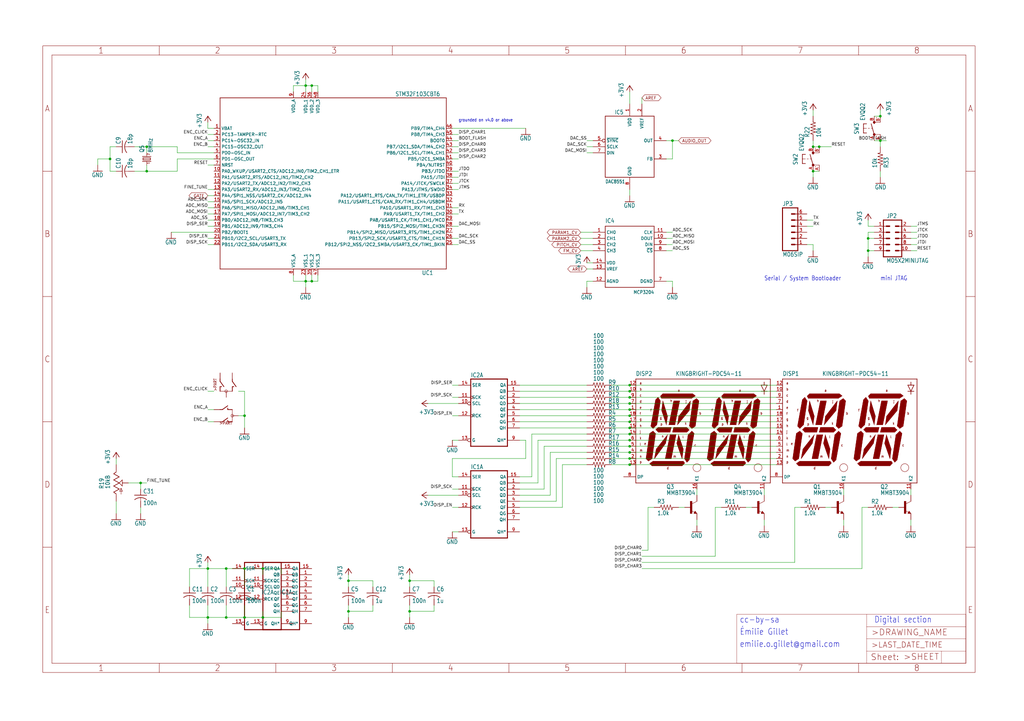
<source format=kicad_sch>
(kicad_sch (version 20211123) (generator eeschema)
  (paper "User" 425.45 299.593)
  (junction (at 60.96 71.12))
  (junction (at 170.18 254))
  (junction (at 340.36 60.96))
  (junction (at 261.62 175.26))
  (junction (at 261.62 160.02))
  (junction (at 279.4 58.42))
  (junction (at 261.62 177.8))
  (junction (at 360.68 99.06))
  (junction (at 261.62 185.42))
  (junction (at 261.62 162.56))
  (junction (at 337.82 60.96))
  (junction (at 58.42 200.66))
  (junction (at 337.82 71.12))
  (junction (at 109.22 236.22))
  (junction (at 86.36 236.22))
  (junction (at 261.62 165.1))
  (junction (at 360.68 104.14))
  (junction (at 144.78 254))
  (junction (at 365.76 48.26))
  (junction (at 170.18 241.3))
  (junction (at 60.96 60.96))
  (junction (at 261.62 187.96))
  (junction (at 93.98 236.22))
  (junction (at 109.22 256.54))
  (junction (at 101.6 172.72))
  (junction (at 127 35.56))
  (junction (at 261.62 172.72))
  (junction (at 45.72 66.04))
  (junction (at 261.62 180.34))
  (junction (at 261.62 193.04))
  (junction (at 261.62 167.64))
  (junction (at 129.54 35.56))
  (junction (at 261.62 182.88))
  (junction (at 101.6 236.22))
  (junction (at 261.62 170.18))
  (junction (at 144.78 241.3))
  (junction (at 129.54 116.84))
  (junction (at 86.36 256.54))
  (junction (at 127 116.84))
  (junction (at 261.62 190.5))
  (junction (at 365.76 58.42))
  (junction (at 101.6 256.54))
  (junction (at 93.98 256.54))
  (wire (pts (xy 93.98 256.54) (xy 101.6 256.54)))
  (wire (pts (xy 88.9 53.34) (xy 86.36 53.34)))
  (wire (pts (xy 276.86 99.06) (xy 279.4 99.06)))
  (wire (pts (xy 231.14 208.28) (xy 231.14 190.5)))
  (wire (pts (xy 322.58 185.42) (xy 261.62 185.42)))
  (wire (pts (xy 378.46 99.06) (xy 381 99.06)))
  (wire (pts (xy 48.26 60.96) (xy 45.72 60.96)))
  (wire (pts (xy 58.42 200.66) (xy 60.96 200.66)))
  (wire (pts (xy 276.86 116.84) (xy 279.4 116.84)))
  (wire (pts (xy 73.66 63.5) (xy 73.66 60.96)))
  (wire (pts (xy 297.18 210.82) (xy 299.72 210.82)))
  (wire (pts (xy 187.96 190.5) (xy 218.44 190.5)))
  (wire (pts (xy 330.2 233.68) (xy 330.2 210.82)))
  (wire (pts (xy 279.4 58.42) (xy 281.94 58.42)))
  (wire (pts (xy 78.74 236.22) (xy 86.36 236.22)))
  (wire (pts (xy 246.38 116.84) (xy 243.84 116.84)))
  (wire (pts (xy 246.38 99.06) (xy 241.3 99.06)))
  (wire (pts (xy 246.38 104.14) (xy 241.3 104.14)))
  (wire (pts (xy 86.36 243.84) (xy 86.36 236.22)))
  (wire (pts (xy 187.96 198.12) (xy 187.96 190.5)))
  (wire (pts (xy 144.78 241.3) (xy 144.78 243.84)))
  (wire (pts (xy 215.9 203.2) (xy 226.06 203.2)))
  (wire (pts (xy 254 170.18) (xy 261.62 170.18)))
  (wire (pts (xy 246.38 96.52) (xy 241.3 96.52)))
  (wire (pts (xy 101.6 236.22) (xy 109.22 236.22)))
  (wire (pts (xy 121.92 35.56) (xy 127 35.56)))
  (wire (pts (xy 170.18 243.84) (xy 170.18 241.3)))
  (wire (pts (xy 279.4 58.42) (xy 276.86 58.42)))
  (wire (pts (xy 88.9 88.9) (xy 86.36 88.9)))
  (wire (pts (xy 58.42 210.82) (xy 58.42 213.36)))
  (wire (pts (xy 88.9 81.28) (xy 86.36 81.28)))
  (wire (pts (xy 187.96 86.36) (xy 190.5 86.36)))
  (wire (pts (xy 215.9 172.72) (xy 243.84 172.72)))
  (wire (pts (xy 215.9 208.28) (xy 231.14 208.28)))
  (wire (pts (xy 228.6 205.74) (xy 228.6 187.96)))
  (wire (pts (xy 378.46 205.74) (xy 378.46 203.2)))
  (wire (pts (xy 88.9 83.82) (xy 86.36 83.82)))
  (wire (pts (xy 187.96 88.9) (xy 190.5 88.9)))
  (wire (pts (xy 144.78 254) (xy 144.78 256.54)))
  (wire (pts (xy 129.54 114.3) (xy 129.54 116.84)))
  (wire (pts (xy 109.22 236.22) (xy 109.22 238.76)))
  (wire (pts (xy 170.18 241.3) (xy 180.34 241.3)))
  (wire (pts (xy 254 172.72) (xy 261.62 172.72)))
  (wire (pts (xy 53.34 200.66) (xy 58.42 200.66)))
  (wire (pts (xy 187.96 60.96) (xy 190.5 60.96)))
  (wire (pts (xy 337.82 71.12) (xy 337.82 73.66)))
  (wire (pts (xy 337.82 71.12) (xy 340.36 71.12)))
  (wire (pts (xy 218.44 190.5) (xy 218.44 182.88)))
  (wire (pts (xy 190.5 205.74) (xy 177.8 205.74)))
  (wire (pts (xy 101.6 243.84) (xy 101.6 236.22)))
  (wire (pts (xy 365.76 60.96) (xy 365.76 58.42)))
  (wire (pts (xy 289.56 218.44) (xy 289.56 215.9)))
  (wire (pts (xy 132.08 35.56) (xy 132.08 38.1)))
  (wire (pts (xy 309.88 210.82) (xy 312.42 210.82)))
  (wire (pts (xy 101.6 256.54) (xy 109.22 256.54)))
  (wire (pts (xy 187.96 55.88) (xy 190.5 55.88)))
  (wire (pts (xy 350.52 205.74) (xy 350.52 203.2)))
  (wire (pts (xy 187.96 71.12) (xy 190.5 71.12)))
  (wire (pts (xy 322.58 187.96) (xy 261.62 187.96)))
  (wire (pts (xy 243.84 116.84) (xy 243.84 119.38)))
  (wire (pts (xy 55.88 71.12) (xy 60.96 71.12)))
  (wire (pts (xy 223.52 200.66) (xy 223.52 182.88)))
  (wire (pts (xy 261.62 43.18) (xy 261.62 38.1)))
  (wire (pts (xy 363.22 48.26) (xy 365.76 48.26)))
  (wire (pts (xy 190.5 167.64) (xy 177.8 167.64)))
  (wire (pts (xy 269.24 210.82) (xy 271.78 210.82)))
  (wire (pts (xy 279.4 66.04) (xy 279.4 58.42)))
  (wire (pts (xy 144.78 251.46) (xy 144.78 254)))
  (wire (pts (xy 88.9 58.42) (xy 86.36 58.42)))
  (wire (pts (xy 220.98 198.12) (xy 220.98 180.34)))
  (wire (pts (xy 218.44 182.88) (xy 215.9 182.88)))
  (wire (pts (xy 322.58 170.18) (xy 261.62 170.18)))
  (wire (pts (xy 261.62 172.72) (xy 322.58 172.72)))
  (wire (pts (xy 88.9 68.58) (xy 86.36 68.58)))
  (wire (pts (xy 365.76 71.12) (xy 365.76 73.66)))
  (wire (pts (xy 378.46 104.14) (xy 381 104.14)))
  (wire (pts (xy 254 182.88) (xy 261.62 182.88)))
  (wire (pts (xy 60.96 60.96) (xy 60.96 63.5)))
  (wire (pts (xy 215.9 210.82) (xy 233.68 210.82)))
  (wire (pts (xy 350.52 218.44) (xy 350.52 215.9)))
  (wire (pts (xy 233.68 193.04) (xy 243.84 193.04)))
  (wire (pts (xy 127 116.84) (xy 129.54 116.84)))
  (wire (pts (xy 48.26 193.04) (xy 48.26 190.5)))
  (wire (pts (xy 187.96 203.2) (xy 190.5 203.2)))
  (wire (pts (xy 360.68 93.98) (xy 360.68 91.44)))
  (wire (pts (xy 215.9 162.56) (xy 243.84 162.56)))
  (wire (pts (xy 129.54 35.56) (xy 132.08 35.56)))
  (wire (pts (xy 101.6 172.72) (xy 101.6 177.8)))
  (wire (pts (xy 360.68 99.06) (xy 360.68 104.14)))
  (wire (pts (xy 254 167.64) (xy 261.62 167.64)))
  (wire (pts (xy 129.54 38.1) (xy 129.54 35.56)))
  (wire (pts (xy 58.42 203.2) (xy 58.42 200.66)))
  (wire (pts (xy 187.96 160.02) (xy 190.5 160.02)))
  (wire (pts (xy 170.18 254) (xy 180.34 254)))
  (wire (pts (xy 215.9 170.18) (xy 243.84 170.18)))
  (wire (pts (xy 116.84 256.54) (xy 116.84 254)))
  (wire (pts (xy 73.66 71.12) (xy 73.66 66.04)))
  (wire (pts (xy 86.36 236.22) (xy 93.98 236.22)))
  (wire (pts (xy 45.72 66.04) (xy 45.72 71.12)))
  (wire (pts (xy 254 177.8) (xy 261.62 177.8)))
  (wire (pts (xy 190.5 198.12) (xy 187.96 198.12)))
  (wire (pts (xy 88.9 162.56) (xy 86.36 162.56)))
  (wire (pts (xy 215.9 167.64) (xy 243.84 167.64)))
  (wire (pts (xy 132.08 114.3) (xy 132.08 116.84)))
  (wire (pts (xy 223.52 182.88) (xy 243.84 182.88)))
  (wire (pts (xy 254 160.02) (xy 261.62 160.02)))
  (wire (pts (xy 360.68 104.14) (xy 360.68 106.68)))
  (wire (pts (xy 289.56 205.74) (xy 289.56 203.2)))
  (wire (pts (xy 337.82 58.42) (xy 337.82 60.96)))
  (wire (pts (xy 88.9 175.26) (xy 86.36 175.26)))
  (wire (pts (xy 215.9 177.8) (xy 243.84 177.8)))
  (wire (pts (xy 187.96 78.74) (xy 190.5 78.74)))
  (wire (pts (xy 88.9 96.52) (xy 71.12 96.52)))
  (wire (pts (xy 55.88 60.96) (xy 60.96 60.96)))
  (wire (pts (xy 40.64 66.04) (xy 40.64 68.58)))
  (wire (pts (xy 226.06 185.42) (xy 243.84 185.42)))
  (wire (pts (xy 93.98 256.54) (xy 93.98 251.46)))
  (wire (pts (xy 93.98 236.22) (xy 101.6 236.22)))
  (wire (pts (xy 86.36 53.34) (xy 86.36 50.8)))
  (wire (pts (xy 121.92 116.84) (xy 127 116.84)))
  (wire (pts (xy 266.7 233.68) (xy 330.2 233.68)))
  (wire (pts (xy 322.58 160.02) (xy 261.62 160.02)))
  (wire (pts (xy 45.72 71.12) (xy 48.26 71.12)))
  (wire (pts (xy 144.78 241.3) (xy 154.94 241.3)))
  (wire (pts (xy 365.76 45.72) (xy 365.76 48.26)))
  (wire (pts (xy 322.58 193.04) (xy 261.62 193.04)))
  (wire (pts (xy 144.78 238.76) (xy 144.78 241.3)))
  (wire (pts (xy 254 162.56) (xy 261.62 162.56)))
  (wire (pts (xy 254 165.1) (xy 261.62 165.1)))
  (wire (pts (xy 116.84 236.22) (xy 116.84 238.76)))
  (wire (pts (xy 276.86 101.6) (xy 279.4 101.6)))
  (wire (pts (xy 170.18 251.46) (xy 170.18 254)))
  (wire (pts (xy 180.34 254) (xy 180.34 251.46)))
  (wire (pts (xy 187.96 63.5) (xy 190.5 63.5)))
  (wire (pts (xy 337.82 60.96) (xy 340.36 60.96)))
  (wire (pts (xy 109.22 256.54) (xy 116.84 256.54)))
  (wire (pts (xy 101.6 251.46) (xy 101.6 256.54)))
  (wire (pts (xy 190.5 220.98) (xy 187.96 220.98)))
  (wire (pts (xy 187.96 73.66) (xy 190.5 73.66)))
  (wire (pts (xy 243.84 63.5) (xy 246.38 63.5)))
  (wire (pts (xy 266.7 231.14) (xy 297.18 231.14)))
  (wire (pts (xy 187.96 210.82) (xy 190.5 210.82)))
  (wire (pts (xy 330.2 210.82) (xy 332.74 210.82)))
  (wire (pts (xy 60.96 71.12) (xy 73.66 71.12)))
  (wire (pts (xy 86.36 251.46) (xy 86.36 256.54)))
  (wire (pts (xy 269.24 228.6) (xy 269.24 210.82)))
  (wire (pts (xy 187.96 172.72) (xy 190.5 172.72)))
  (wire (pts (xy 322.58 180.34) (xy 261.62 180.34)))
  (wire (pts (xy 254 175.26) (xy 261.62 175.26)))
  (wire (pts (xy 86.36 256.54) (xy 86.36 259.08)))
  (wire (pts (xy 261.62 78.74) (xy 261.62 81.28)))
  (wire (pts (xy 261.62 177.8) (xy 322.58 177.8)))
  (wire (pts (xy 88.9 99.06) (xy 86.36 99.06)))
  (wire (pts (xy 127 35.56) (xy 129.54 35.56)))
  (wire (pts (xy 48.26 208.28) (xy 48.26 213.36)))
  (wire (pts (xy 99.06 172.72) (xy 101.6 172.72)))
  (wire (pts (xy 322.58 165.1) (xy 261.62 165.1)))
  (wire (pts (xy 88.9 78.74) (xy 86.36 78.74)))
  (wire (pts (xy 88.9 101.6) (xy 86.36 101.6)))
  (wire (pts (xy 109.22 256.54) (xy 109.22 254)))
  (wire (pts (xy 215.9 200.66) (xy 223.52 200.66)))
  (wire (pts (xy 45.72 60.96) (xy 45.72 66.04)))
  (wire (pts (xy 88.9 170.18) (xy 86.36 170.18)))
  (wire (pts (xy 261.62 190.5) (xy 322.58 190.5)))
  (wire (pts (xy 342.9 210.82) (xy 345.44 210.82)))
  (wire (pts (xy 121.92 38.1) (xy 121.92 35.56)))
  (wire (pts (xy 127 33.02) (xy 127 35.56)))
  (wire (pts (xy 187.96 165.1) (xy 190.5 165.1)))
  (wire (pts (xy 127 114.3) (xy 127 116.84)))
  (wire (pts (xy 190.5 99.06) (xy 187.96 99.06)))
  (wire (pts (xy 254 190.5) (xy 261.62 190.5)))
  (wire (pts (xy 378.46 96.52) (xy 381 96.52)))
  (wire (pts (xy 127 116.84) (xy 127 119.38)))
  (wire (pts (xy 215.9 205.74) (xy 228.6 205.74)))
  (wire (pts (xy 378.46 93.98) (xy 381 93.98)))
  (wire (pts (xy 378.46 218.44) (xy 378.46 215.9)))
  (wire (pts (xy 358.14 236.22) (xy 358.14 210.82)))
  (wire (pts (xy 93.98 236.22) (xy 93.98 243.84)))
  (wire (pts (xy 187.96 58.42) (xy 190.5 58.42)))
  (wire (pts (xy 78.74 251.46) (xy 78.74 256.54)))
  (wire (pts (xy 187.96 101.6) (xy 190.5 101.6)))
  (wire (pts (xy 254 193.04) (xy 261.62 193.04)))
  (wire (pts (xy 233.68 210.82) (xy 233.68 193.04)))
  (wire (pts (xy 317.5 205.74) (xy 317.5 203.2)))
  (wire (pts (xy 363.22 104.14) (xy 360.68 104.14)))
  (wire (pts (xy 246.38 60.96) (xy 243.84 60.96)))
  (wire (pts (xy 370.84 210.82) (xy 373.38 210.82)))
  (wire (pts (xy 170.18 241.3) (xy 170.18 238.76)))
  (wire (pts (xy 73.66 60.96) (xy 60.96 60.96)))
  (wire (pts (xy 99.06 162.56) (xy 101.6 162.56)))
  (wire (pts (xy 121.92 114.3) (xy 121.92 116.84)))
  (wire (pts (xy 231.14 190.5) (xy 243.84 190.5)))
  (wire (pts (xy 215.9 198.12) (xy 220.98 198.12)))
  (wire (pts (xy 154.94 241.3) (xy 154.94 243.84)))
  (wire (pts (xy 261.62 182.88) (xy 322.58 182.88)))
  (wire (pts (xy 86.36 256.54) (xy 93.98 256.54)))
  (wire (pts (xy 88.9 63.5) (xy 73.66 63.5)))
  (wire (pts (xy 363.22 93.98) (xy 360.68 93.98)))
  (wire (pts (xy 88.9 60.96) (xy 86.36 60.96)))
  (wire (pts (xy 180.34 241.3) (xy 180.34 243.84)))
  (wire (pts (xy 276.86 66.04) (xy 279.4 66.04)))
  (wire (pts (xy 60.96 71.12) (xy 60.96 68.58)))
  (wire (pts (xy 266.7 236.22) (xy 358.14 236.22)))
  (wire (pts (xy 226.06 203.2) (xy 226.06 185.42)))
  (wire (pts (xy 154.94 254) (xy 154.94 251.46)))
  (wire (pts (xy 276.86 104.14) (xy 279.4 104.14)))
  (wire (pts (xy 337.82 101.6) (xy 337.82 104.14)))
  (wire (pts (xy 144.78 254) (xy 154.94 254)))
  (wire (pts (xy 254 187.96) (xy 261.62 187.96)))
  (wire (pts (xy 337.82 45.72) (xy 337.82 48.26)))
  (wire (pts (xy 266.7 43.18) (xy 266.7 40.64)))
  (wire (pts (xy 317.5 218.44) (xy 317.5 215.9)))
  (wire (pts (xy 215.9 175.26) (xy 243.84 175.26)))
  (wire (pts (xy 190.5 182.88) (xy 187.96 182.88)))
  (wire (pts (xy 116.84 236.22) (xy 109.22 236.22)))
  (wire (pts (xy 170.18 254) (xy 170.18 256.54)))
  (wire (pts (xy 73.66 66.04) (xy 88.9 66.04)))
  (wire (pts (xy 88.9 55.88) (xy 86.36 55.88)))
  (wire (pts (xy 246.38 58.42) (xy 243.84 58.42)))
  (wire (pts (xy 246.38 101.6) (xy 241.3 101.6)))
  (wire (pts (xy 363.22 58.42) (xy 365.76 58.42)))
  (wire (pts (xy 129.54 116.84) (xy 132.08 116.84)))
  (wire (pts (xy 365.76 58.42) (xy 368.3 58.42)))
  (wire (pts (xy 378.46 101.6) (xy 381 101.6)))
  (wire (pts (xy 86.36 236.22) (xy 86.36 233.68)))
  (wire (pts (xy 363.22 99.06) (xy 360.68 99.06)))
  (wire (pts (xy 220.98 180.34) (xy 243.84 180.34)))
  (wire (pts (xy 215.9 160.02) (xy 243.84 160.02)))
  (wire (pts (xy 254 185.42) (xy 261.62 185.42)))
  (wire (pts (xy 88.9 86.36) (xy 86.36 86.36)))
  (wire (pts (xy 215.9 165.1) (xy 243.84 165.1)))
  (wire (pts (xy 101.6 162.56) (xy 101.6 172.72)))
  (wire (pts (xy 261.62 162.56) (xy 322.58 162.56)))
  (wire (pts (xy 187.96 76.2) (xy 190.5 76.2)))
  (wire (pts (xy 297.18 231.14) (xy 297.18 210.82)))
  (wire (pts (xy 363.22 96.52) (xy 360.68 96.52)))
  (wire (pts (xy 246.38 111.76) (xy 243.84 111.76)))
  (wire (pts (xy 187.96 53.34) (xy 218.44 53.34)))
  (wire (pts (xy 78.74 256.54) (xy 86.36 256.54)))
  (wire (pts (xy 281.94 210.82) (xy 284.48 210.82)))
  (wire (pts (xy 276.86 96.52) (xy 279.4 96.52)))
  (wire (pts (xy 335.28 101.6) (xy 337.82 101.6)))
  (wire (pts (xy 254 180.34) (xy 261.62 180.34)))
  (wire (pts (xy 88.9 93.98) (xy 86.36 93.98)))
  (wire (pts (xy 228.6 187.96) (xy 243.84 187.96)))
  (wire (pts (xy 279.4 116.84) (xy 279.4 119.38)))
  (wire (pts (xy 127 38.1) (xy 127 35.56)))
  (wire (pts (xy 266.7 228.6) (xy 269.24 228.6)))
  (wire (pts (xy 187.96 66.04) (xy 190.5 66.04)))
  (wire (pts (xy 88.9 91.44) (xy 86.36 91.44)))
  (wire (pts (xy 335.28 91.44) (xy 337.82 91.44)))
  (wire (pts (xy 360.68 96.52) (xy 360.68 99.06)))
  (wire (pts (xy 187.96 93.98) (xy 190.5 93.98)))
  (wire (pts (xy 261.62 167.64) (xy 322.58 167.64)))
  (wire (pts (xy 246.38 109.22) (xy 243.84 109.22)))
  (wire (pts (xy 45.72 66.04) (xy 40.64 66.04)))
  (wire (pts (xy 322.58 175.26) (xy 261.62 175.26)))
  (wire (pts (xy 358.14 210.82) (xy 360.68 210.82)))
  (wire (pts (xy 340.36 60.96) (xy 345.44 60.96)))
  (wire (pts (xy 335.28 93.98) (xy 337.82 93.98)))
  (wire (pts (xy 78.74 243.84) (xy 78.74 236.22)))
  (text "Émilie Gillet" (at 307.34 264.16 180) (effects (font (size 2.54 2.159)) (justify left bottom)))
  (text "Serial / System Bootloader" (at 317.5 116.84 180) (effects (font (size 1.778 1.5113)) (justify left bottom)))
  (text "mini JTAG" (at 365.76 116.84 180) (effects (font (size 1.778 1.5113)) (justify left bottom)))
  (text "cc-by-sa" (at 307.34 259.08 180) (effects (font (size 2.54 2.159)) (justify left bottom)))
  (text "emilie.o.gillet@gmail.com" (at 307.34 269.24 180) (effects (font (size 2.54 2.159)) (justify left bottom)))
  (text "Digital section" (at 363.22 259.08 180) (effects (font (size 2.54 2.159)) (justify left bottom)))
  (text "grounded on v4.0 or above" (at 190.5 50.8 180) (effects (font (size 1.27 1.0795)) (justify left bottom)))
  (label "DISP_SER" (at 86.36 93.98 180) (effects (font (size 1.2446 1.2446))))
  (label "TX" (at 337.82 91.44 0) (effects (font (size 1.2446 1.2446))))
  (label "BOOT_FLASH" (at 190.5 58.42 0) (effects (font (size 1.2446 1.2446))))
  (label "JTMS" (at 381 93.98 0) (effects (font (size 1.2446 1.2446))))
  (label "ADC_SS" (at 86.36 91.44 180) (effects (font (size 1.2446 1.2446))))
  (label "TX" (at 190.5 88.9 0) (effects (font (size 1.2446 1.2446))))
  (label "ENC_CLICK" (at 86.36 162.56 180) (effects (font (size 1.2446 1.2446))))
  (label "ADC_SCK" (at 279.4 96.52 0) (effects (font (size 1.2446 1.2446))))
  (label "RESET" (at 381 104.14 0) (effects (font (size 1.2446 1.2446))))
  (label "DISP_SCK" (at 187.96 165.1 180) (effects (font (size 1.2446 1.2446))))
  (label "JTDI" (at 190.5 73.66 0) (effects (font (size 1.2446 1.2446))))
  (label "ENC_A" (at 86.36 170.18 180) (effects (font (size 1.2446 1.2446))))
  (label "DISP_CHAR3" (at 266.7 236.22 180) (effects (font (size 1.2446 1.2446))))
  (label "DISP_CHAR2" (at 266.7 233.68 180) (effects (font (size 1.2446 1.2446))))
  (label "DISP_CHAR3" (at 190.5 63.5 0) (effects (font (size 1.2446 1.2446))))
  (label "ADC_SCK" (at 86.36 83.82 180) (effects (font (size 1.2446 1.2446))))
  (label "JTCK" (at 381 96.52 0) (effects (font (size 1.2446 1.2446))))
  (label "DAC_MOSI" (at 243.84 63.5 180) (effects (font (size 1.2446 1.2446))))
  (label "FINE_TUNE" (at 60.96 200.66 0) (effects (font (size 1.2446 1.2446))))
  (label "DAC_SS" (at 243.84 58.42 180) (effects (font (size 1.2446 1.2446))))
  (label "ENC_B" (at 86.36 60.96 180) (effects (font (size 1.2446 1.2446))))
  (label "DISP_EN" (at 187.96 210.82 180) (effects (font (size 1.2446 1.2446))))
  (label "DISP_CHAR2" (at 190.5 66.04 0) (effects (font (size 1.2446 1.2446))))
  (label "DISP_CHAR1" (at 266.7 231.14 180) (effects (font (size 1.2446 1.2446))))
  (label "DAC_SCK" (at 190.5 99.06 0) (effects (font (size 1.2446 1.2446))))
  (label "ADC_MOSI" (at 279.4 101.6 0) (effects (font (size 1.2446 1.2446))))
  (label "JTDO" (at 381 99.06 0) (effects (font (size 1.2446 1.2446))))
  (label "DISP_EN" (at 187.96 172.72 180) (effects (font (size 1.2446 1.2446))))
  (label "ADC_MISO" (at 279.4 99.06 0) (effects (font (size 1.2446 1.2446))))
  (label "JTMS" (at 190.5 78.74 0) (effects (font (size 1.2446 1.2446))))
  (label "RX" (at 190.5 86.36 0) (effects (font (size 1.2446 1.2446))))
  (label "FINE_TUNE" (at 86.36 78.74 180) (effects (font (size 1.2446 1.2446))))
  (label "DAC_MOSI" (at 190.5 93.98 0) (effects (font (size 1.2446 1.2446))))
  (label "JTDO" (at 190.5 71.12 0) (effects (font (size 1.2446 1.2446))))
  (label "ADC_MISO" (at 86.36 86.36 180) (effects (font (size 1.2446 1.2446))))
  (label "RX" (at 337.82 93.98 0) (effects (font (size 1.2446 1.2446))))
  (label "JTDI" (at 381 101.6 0) (effects (font (size 1.2446 1.2446))))
  (label "DAC_SCK" (at 243.84 60.96 180) (effects (font (size 1.2446 1.2446))))
  (label "RESET" (at 345.44 60.96 0) (effects (font (size 1.2446 1.2446))))
  (label "DISP_SCK" (at 187.96 203.2 180) (effects (font (size 1.2446 1.2446))))
  (label "ENC_A" (at 86.36 58.42 180) (effects (font (size 1.2446 1.2446))))
  (label "DISP_CHAR1" (at 190.5 55.88 0) (effects (font (size 1.2446 1.2446))))
  (label "DISP_SER" (at 187.96 160.02 180) (effects (font (size 1.2446 1.2446))))
  (label "ADC_MOSI" (at 86.36 88.9 180) (effects (font (size 1.2446 1.2446))))
  (label "BOOT_FLASH" (at 368.3 58.42 180) (effects (font (size 1.2446 1.2446))))
  (label "ADC_SS" (at 279.4 104.14 0) (effects (font (size 1.2446 1.2446))))
  (label "ENC_CLICK" (at 86.36 55.88 180) (effects (font (size 1.2446 1.2446))))
  (label "JTCK" (at 190.5 76.2 0) (effects (font (size 1.2446 1.2446))))
  (label "DAC_SS" (at 190.5 101.6 0) (effects (font (size 1.2446 1.2446))))
  (label "ENC_B" (at 86.36 175.26 180) (effects (font (size 1.2446 1.2446))))
  (label "DISP_CHAR0" (at 190.5 60.96 0) (effects (font (size 1.2446 1.2446))))
  (label "DISP_CHAR0" (at 266.7 228.6 180) (effects (font (size 1.2446 1.2446))))
  (label "DISP_SCK" (at 86.36 101.6 180) (effects (font (size 1.2446 1.2446))))
  (label "DISP_EN" (at 86.36 99.06 180) (effects (font (size 1.2446 1.2446))))
  (label "RESET" (at 86.36 68.58 180) (effects (font (size 1.2446 1.2446))))
  (global_label "AREF" (shape bidirectional) (at 243.84 111.76 180) (effects (font (size 1.2446 1.2446))) (property "Intersheet References" "${INTERSHEET_REFS}" (effects hide)))
  (global_label "GATE" (shape bidirectional) (at 86.36 81.28 180) (effects (font (size 1.2446 1.2446))) (property "Intersheet References" "${INTERSHEET_REFS}" (effects hide)))
  (global_label "PARAM2_CV" (shape bidirectional) (at 241.3 99.06 180) (effects (font (size 1.2446 1.2446))) (property "Intersheet References" "${INTERSHEET_REFS}" (effects hide)))
  (global_label "PARAM1_CV" (shape bidirectional) (at 241.3 96.52 180) (effects (font (size 1.2446 1.2446))) (property "Intersheet References" "${INTERSHEET_REFS}" (effects hide)))
  (global_label "AREF" (shape bidirectional) (at 266.7 40.64 0) (effects (font (size 1.2446 1.2446))) (property "Intersheet References" "${INTERSHEET_REFS}" (effects hide)))
  (global_label "AUDIO_OUT" (shape bidirectional) (at 281.94 58.42 0) (effects (font (size 1.2446 1.2446))) (property "Intersheet References" "${INTERSHEET_REFS}" (effects hide)))
  (global_label "FM_CV" (shape bidirectional) (at 241.3 104.14 180) (effects (font (size 1.2446 1.2446))) (property "Intersheet References" "${INTERSHEET_REFS}" (effects hide)))
  (global_label "PITCH_CV" (shape bidirectional) (at 241.3 101.6 180) (effects (font (size 1.2446 1.2446))) (property "Intersheet References" "${INTERSHEET_REFS}" (effects hide)))
  (symbol (lib_id "braids_v50-eagle-import:+3V3") (at 127 30.48 0)
    (property "Reference" "#+3V2" (effects hide))
    (property "Value" "+3V3" (at 124.46 35.56 90) (effects (font (size 1.778 1.5113)) (justify left bottom)))
    (property "Footprint" "braids_v50:" (effects hide))
  )
  (symbol (lib_id "braids_v50-eagle-import:+3V3") (at 365.76 43.18 0) (mirror y)
    (property "Reference" "#+3V3" (effects hide))
    (property "Value" "+3V3" (at 368.3 48.26 90) (effects (font (size 1.778 1.5113)) (justify left bottom)))
    (property "Footprint" "braids_v50:" (effects hide))
  )
  (symbol (lib_id "braids_v50-eagle-import:R-US_R0603") (at 248.92 182.88 0)
    (property "Reference" "R17" (at 252.73 182.6514 0) (effects (font (size 1.778 1.5113)) (justify left bottom)))
    (property "Value" "100" (at 246.38 206.502 0) (effects (font (size 1.778 1.5113)) (justify left bottom)))
    (property "Footprint" "braids_v50:R0603" (effects hide))
  )
  (symbol (lib_id "braids_v50-eagle-import:R-US_R0603") (at 248.92 172.72 0)
    (property "Reference" "R4" (at 252.73 172.4914 0) (effects (font (size 1.778 1.5113)) (justify left bottom)))
    (property "Value" "100" (at 246.38 201.422 0) (effects (font (size 1.778 1.5113)) (justify left bottom)))
    (property "Footprint" "braids_v50:R0603" (effects hide))
  )
  (symbol (lib_id "braids_v50-eagle-import:EVQQ2") (at 337.82 66.04 0)
    (property "Reference" "SW2" (at 331.47 68.58 90) (effects (font (size 1.778 1.5113)) (justify left bottom)))
    (property "Value" "EVQQ2" (at 334.01 62.865 90) (effects (font (size 1.778 1.5113)) (justify left bottom)))
    (property "Footprint" "braids_v50:EVQ-Q2" (effects hide))
  )
  (symbol (lib_id "braids_v50-eagle-import:M06SIP") (at 330.2 96.52 0)
    (property "Reference" "JP3" (at 325.12 85.598 0) (effects (font (size 1.778 1.5113)) (justify left bottom)))
    (property "Value" "M06SIP" (at 325.12 106.68 0) (effects (font (size 1.778 1.5113)) (justify left bottom)))
    (property "Footprint" "braids_v50:1X06" (effects hide))
  )
  (symbol (lib_id "braids_v50-eagle-import:GND") (at 317.5 220.98 0)
    (property "Reference" "#GND4" (effects hide))
    (property "Value" "GND" (at 314.96 223.52 0) (effects (font (size 1.778 1.5113)) (justify left bottom)))
    (property "Footprint" "braids_v50:" (effects hide))
  )
  (symbol (lib_id "braids_v50-eagle-import:R-US_R0603") (at 248.92 185.42 0)
    (property "Reference" "R16" (at 252.73 185.1914 0) (effects (font (size 1.778 1.5113)) (justify left bottom)))
    (property "Value" "100" (at 246.38 148.082 0) (effects (font (size 1.778 1.5113)) (justify left bottom)))
    (property "Footprint" "braids_v50:R0603" (effects hide))
  )
  (symbol (lib_id "braids_v50-eagle-import:+3V3") (at 175.26 167.64 90)
    (property "Reference" "#+3V1" (effects hide))
    (property "Value" "+3V3" (at 180.34 170.18 90) (effects (font (size 1.778 1.5113)) (justify left bottom)))
    (property "Footprint" "braids_v50:" (effects hide))
  )
  (symbol (lib_id "braids_v50-eagle-import:GND") (at 127 121.92 0)
    (property "Reference" "#GND55" (effects hide))
    (property "Value" "GND" (at 124.46 124.46 0) (effects (font (size 1.778 1.5113)) (justify left bottom)))
    (property "Footprint" "braids_v50:" (effects hide))
  )
  (symbol (lib_id "braids_v50-eagle-import:GND") (at 365.76 76.2 0) (mirror y)
    (property "Reference" "#GND58" (effects hide))
    (property "Value" "GND" (at 368.3 78.74 0) (effects (font (size 1.778 1.5113)) (justify left bottom)))
    (property "Footprint" "braids_v50:" (effects hide))
  )
  (symbol (lib_id "braids_v50-eagle-import:R-US_R0603") (at 304.8 210.82 0)
    (property "Reference" "R11" (at 300.99 209.3214 0) (effects (font (size 1.778 1.5113)) (justify left bottom)))
    (property "Value" "1.0k" (at 300.99 214.122 0) (effects (font (size 1.778 1.5113)) (justify left bottom)))
    (property "Footprint" "braids_v50:R0603" (effects hide))
  )
  (symbol (lib_id "braids_v50-eagle-import:-NPN-SOT23-BEC") (at 287.02 210.82 0)
    (property "Reference" "Q3" (at 276.86 203.2 0) (effects (font (size 1.778 1.5113)) (justify left bottom)))
    (property "Value" "MMBT3904" (at 276.86 205.74 0) (effects (font (size 1.778 1.5113)) (justify left bottom)))
    (property "Footprint" "braids_v50:SOT23-BEC" (effects hide))
  )
  (symbol (lib_id "braids_v50-eagle-import:GND") (at 144.78 259.08 0)
    (property "Reference" "#GND65" (effects hide))
    (property "Value" "GND" (at 142.24 261.62 0) (effects (font (size 1.778 1.5113)) (justify left bottom)))
    (property "Footprint" "braids_v50:" (effects hide))
  )
  (symbol (lib_id "braids_v50-eagle-import:+3V3") (at 261.62 35.56 0)
    (property "Reference" "#+3V13" (effects hide))
    (property "Value" "+3V3" (at 259.08 40.64 90) (effects (font (size 1.778 1.5113)) (justify left bottom)))
    (property "Footprint" "braids_v50:" (effects hide))
  )
  (symbol (lib_id "braids_v50-eagle-import:GND") (at 71.12 99.06 0)
    (property "Reference" "#GND57" (effects hide))
    (property "Value" "GND" (at 68.58 101.6 0) (effects (font (size 1.778 1.5113)) (justify left bottom)))
    (property "Footprint" "braids_v50:" (effects hide))
  )
  (symbol (lib_id "braids_v50-eagle-import:CRYSTALHC49UP") (at 60.96 66.04 90)
    (property "Reference" "Q5" (at 59.944 63.5 0) (effects (font (size 1.778 1.5113)) (justify left bottom)))
    (property "Value" "8MHz" (at 63.5 63.5 0) (effects (font (size 1.778 1.5113)) (justify left bottom)))
    (property "Footprint" "braids_v50:HC49UP" (effects hide))
  )
  (symbol (lib_id "braids_v50-eagle-import:EC12E_SW") (at 93.98 162.56 0)
    (property "Reference" "SW1" (effects hide))
    (property "Value" "EC12E_SW" (effects hide))
    (property "Footprint" "braids_v50:ALPS_EC12E_SW" (effects hide))
  )
  (symbol (lib_id "braids_v50-eagle-import:C-USC0603") (at 144.78 246.38 0)
    (property "Reference" "C5" (at 145.796 245.745 0) (effects (font (size 1.778 1.5113)) (justify left bottom)))
    (property "Value" "100n" (at 145.796 250.571 0) (effects (font (size 1.778 1.5113)) (justify left bottom)))
    (property "Footprint" "braids_v50:C0603" (effects hide))
  )
  (symbol (lib_id "braids_v50-eagle-import:R-US_R0603") (at 248.92 175.26 0)
    (property "Reference" "R5" (at 252.73 175.0314 0) (effects (font (size 1.778 1.5113)) (justify left bottom)))
    (property "Value" "100" (at 246.38 153.162 0) (effects (font (size 1.778 1.5113)) (justify left bottom)))
    (property "Footprint" "braids_v50:R0603" (effects hide))
  )
  (symbol (lib_id "braids_v50-eagle-import:GND") (at 218.44 55.88 0)
    (property "Reference" "#GND28" (effects hide))
    (property "Value" "GND" (at 215.9 58.42 0) (effects (font (size 1.778 1.5113)) (justify left bottom)))
    (property "Footprint" "braids_v50:" (effects hide))
  )
  (symbol (lib_id "braids_v50-eagle-import:74595D") (at 203.2 170.18 0)
    (property "Reference" "IC2" (at 195.58 156.845 0) (effects (font (size 1.778 1.5113)) (justify left bottom)))
    (property "Value" "74595D" (effects hide))
    (property "Footprint" "braids_v50:SO16" (effects hide))
  )
  (symbol (lib_id "braids_v50-eagle-import:EC12E_SW") (at 96.52 172.72 90)
    (property "Reference" "SW1" (effects hide))
    (property "Value" "EC12E_SW" (effects hide))
    (property "Footprint" "braids_v50:ALPS_EC12E_SW" (effects hide))
  )
  (symbol (lib_id "braids_v50-eagle-import:C-USC0603") (at 58.42 205.74 0)
    (property "Reference" "C31" (at 59.436 205.105 0) (effects (font (size 1.778 1.5113)) (justify left bottom)))
    (property "Value" "100n" (at 59.436 209.931 0) (effects (font (size 1.778 1.5113)) (justify left bottom)))
    (property "Footprint" "braids_v50:C0603" (effects hide))
  )
  (symbol (lib_id "braids_v50-eagle-import:M05X2MINIJTAG") (at 370.84 99.06 0)
    (property "Reference" "JP2" (at 368.3 90.678 0) (effects (font (size 1.778 1.5113)) (justify left bottom)))
    (property "Value" "M05X2MINIJTAG" (at 368.3 109.22 0) (effects (font (size 1.778 1.5113)) (justify left bottom)))
    (property "Footprint" "braids_v50:2X5-1.27" (effects hide))
  )
  (symbol (lib_id "braids_v50-eagle-import:R-US_R0603") (at 248.92 165.1 0)
    (property "Reference" "R12" (at 252.73 164.8714 0) (effects (font (size 1.778 1.5113)) (justify left bottom)))
    (property "Value" "100" (at 246.38 145.542 0) (effects (font (size 1.778 1.5113)) (justify left bottom)))
    (property "Footprint" "braids_v50:R0603" (effects hide))
  )
  (symbol (lib_id "braids_v50-eagle-import:R-US_R0603") (at 337.82 53.34 90)
    (property "Reference" "R22" (at 336.3214 57.15 0) (effects (font (size 1.778 1.5113)) (justify left bottom)))
    (property "Value" "10k" (at 341.122 57.15 0) (effects (font (size 1.778 1.5113)) (justify left bottom)))
    (property "Footprint" "braids_v50:R0603" (effects hide))
  )
  (symbol (lib_id "braids_v50-eagle-import:R-US_R0603") (at 248.92 190.5 0)
    (property "Reference" "R14" (at 252.73 190.2714 0) (effects (font (size 1.778 1.5113)) (justify left bottom)))
    (property "Value" "100" (at 246.38 203.962 0) (effects (font (size 1.778 1.5113)) (justify left bottom)))
    (property "Footprint" "braids_v50:R0603" (effects hide))
  )
  (symbol (lib_id "braids_v50-eagle-import:C-USC0603") (at 101.6 246.38 0)
    (property "Reference" "C1" (at 102.616 245.745 0) (effects (font (size 1.778 1.5113)) (justify left bottom)))
    (property "Value" "100n" (at 102.616 250.571 0) (effects (font (size 1.778 1.5113)) (justify left bottom)))
    (property "Footprint" "braids_v50:C0603" (effects hide))
  )
  (symbol (lib_id "braids_v50-eagle-import:GND") (at 101.6 180.34 0)
    (property "Reference" "#GND7" (effects hide))
    (property "Value" "GND" (at 99.06 182.88 0) (effects (font (size 1.778 1.5113)) (justify left bottom)))
    (property "Footprint" "braids_v50:" (effects hide))
  )
  (symbol (lib_id "braids_v50-eagle-import:-NPN-SOT23-BEC") (at 375.92 210.82 0)
    (property "Reference" "Q2" (at 365.76 203.2 0) (effects (font (size 1.778 1.5113)) (justify left bottom)))
    (property "Value" "MMBT3904" (at 365.76 205.74 0) (effects (font (size 1.778 1.5113)) (justify left bottom)))
    (property "Footprint" "braids_v50:SOT23-BEC" (effects hide))
  )
  (symbol (lib_id "braids_v50-eagle-import:74595D") (at 116.84 246.38 0)
    (property "Reference" "IC1" (at 116.205 247.015 0) (effects (font (size 1.778 1.5113)) (justify left bottom)))
    (property "Value" "74595D" (effects hide))
    (property "Footprint" "braids_v50:SO16" (effects hide))
  )
  (symbol (lib_id "braids_v50-eagle-import:74595D") (at 203.2 208.28 0)
    (property "Reference" "IC1" (at 195.58 194.945 0) (effects (font (size 1.778 1.5113)) (justify left bottom)))
    (property "Value" "74595D" (effects hide))
    (property "Footprint" "braids_v50:SO16" (effects hide))
  )
  (symbol (lib_id "braids_v50-eagle-import:C-USC0603") (at 50.8 60.96 90)
    (property "Reference" "C9" (at 50.165 59.944 0) (effects (font (size 1.778 1.5113)) (justify left bottom)))
    (property "Value" "18p" (at 54.991 59.944 0) (effects (font (size 1.778 1.5113)) (justify left bottom)))
    (property "Footprint" "braids_v50:C0603" (effects hide))
  )
  (symbol (lib_id "braids_v50-eagle-import:GND") (at 337.82 76.2 0)
    (property "Reference" "#GND59" (effects hide))
    (property "Value" "GND" (at 335.28 78.74 0) (effects (font (size 1.778 1.5113)) (justify left bottom)))
    (property "Footprint" "braids_v50:" (effects hide))
  )
  (symbol (lib_id "braids_v50-eagle-import:C-USC0603") (at 170.18 246.38 0)
    (property "Reference" "C7" (at 171.196 245.745 0) (effects (font (size 1.778 1.5113)) (justify left bottom)))
    (property "Value" "100n" (at 171.196 250.571 0) (effects (font (size 1.778 1.5113)) (justify left bottom)))
    (property "Footprint" "braids_v50:C0603" (effects hide))
  )
  (symbol (lib_id "braids_v50-eagle-import:R-US_R0603") (at 248.92 167.64 0)
    (property "Reference" "R18" (at 252.73 167.4114 0) (effects (font (size 1.778 1.5113)) (justify left bottom)))
    (property "Value" "100" (at 246.38 143.002 0) (effects (font (size 1.778 1.5113)) (justify left bottom)))
    (property "Footprint" "braids_v50:R0603" (effects hide))
  )
  (symbol (lib_id "braids_v50-eagle-import:+3V3") (at 337.82 43.18 0)
    (property "Reference" "#+3V4" (effects hide))
    (property "Value" "+3V3" (at 335.28 48.26 90) (effects (font (size 1.778 1.5113)) (justify left bottom)))
    (property "Footprint" "braids_v50:" (effects hide))
  )
  (symbol (lib_id "braids_v50-eagle-import:GND") (at 48.26 215.9 0)
    (property "Reference" "#GND16" (effects hide))
    (property "Value" "GND" (at 45.72 218.44 0) (effects (font (size 1.778 1.5113)) (justify left bottom)))
    (property "Footprint" "braids_v50:" (effects hide))
  )
  (symbol (lib_id "braids_v50-eagle-import:R-US_R0603") (at 248.92 187.96 0)
    (property "Reference" "R15" (at 252.73 187.7314 0) (effects (font (size 1.778 1.5113)) (justify left bottom)))
    (property "Value" "100" (at 246.38 198.882 0) (effects (font (size 1.778 1.5113)) (justify left bottom)))
    (property "Footprint" "braids_v50:R0603" (effects hide))
  )
  (symbol (lib_id "braids_v50-eagle-import:KINGBRIGHT-PDC54-11") (at 276.86 175.26 0)
    (property "Reference" "DISP2" (at 264.16 156.21 0) (effects (font (size 1.778 1.5113)) (justify left bottom)))
    (property "Value" "KINGBRIGHT-PDC54-11" (at 280.67 156.21 0) (effects (font (size 1.778 1.5113)) (justify left bottom)))
    (property "Footprint" "braids_v50:PDC54" (effects hide))
  )
  (symbol (lib_id "braids_v50-eagle-import:R-US_R0603") (at 248.92 193.04 0)
    (property "Reference" "R8" (at 252.73 192.8114 0) (effects (font (size 1.778 1.5113)) (justify left bottom)))
    (property "Value" "100" (at 246.38 196.342 0) (effects (font (size 1.778 1.5113)) (justify left bottom)))
    (property "Footprint" "braids_v50:R0603" (effects hide))
  )
  (symbol (lib_id "braids_v50-eagle-import:GND") (at 243.84 121.92 0)
    (property "Reference" "#GND11" (effects hide))
    (property "Value" "GND" (at 241.3 124.46 0) (effects (font (size 1.778 1.5113)) (justify left bottom)))
    (property "Footprint" "braids_v50:" (effects hide))
  )
  (symbol (lib_id "braids_v50-eagle-import:A3L-LOC") (at 17.78 279.4 0)
    (property "Reference" "#FRAME1" (effects hide))
    (property "Value" "A3L-LOC" (effects hide))
    (property "Footprint" "braids_v50:" (effects hide))
  )
  (symbol (lib_id "braids_v50-eagle-import:GND") (at 58.42 215.9 0)
    (property "Reference" "#GND30" (effects hide))
    (property "Value" "GND" (at 55.88 218.44 0) (effects (font (size 1.778 1.5113)) (justify left bottom)))
    (property "Footprint" "braids_v50:" (effects hide))
  )
  (symbol (lib_id "braids_v50-eagle-import:C-USC0603") (at 50.8 71.12 90)
    (property "Reference" "C10" (at 50.165 70.104 0) (effects (font (size 1.778 1.5113)) (justify left bottom)))
    (property "Value" "18p" (at 54.991 70.104 0) (effects (font (size 1.778 1.5113)) (justify left bottom)))
    (property "Footprint" "braids_v50:C0603" (effects hide))
  )
  (symbol (lib_id "braids_v50-eagle-import:GND") (at 337.82 106.68 0)
    (property "Reference" "#GND61" (effects hide))
    (property "Value" "GND" (at 335.28 109.22 0) (effects (font (size 1.778 1.5113)) (justify left bottom)))
    (property "Footprint" "braids_v50:" (effects hide))
  )
  (symbol (lib_id "braids_v50-eagle-import:+3V3") (at 48.26 187.96 0)
    (property "Reference" "#+3V18" (effects hide))
    (property "Value" "+3V3" (at 45.72 193.04 90) (effects (font (size 1.778 1.5113)) (justify left bottom)))
    (property "Footprint" "braids_v50:" (effects hide))
  )
  (symbol (lib_id "braids_v50-eagle-import:-NPN-SOT23-BEC") (at 347.98 210.82 0)
    (property "Reference" "Q1" (at 337.82 203.2 0) (effects (font (size 1.778 1.5113)) (justify left bottom)))
    (property "Value" "MMBT3904" (at 337.82 205.74 0) (effects (font (size 1.778 1.5113)) (justify left bottom)))
    (property "Footprint" "braids_v50:SOT23-BEC" (effects hide))
  )
  (symbol (lib_id "braids_v50-eagle-import:EVQQ2") (at 363.22 53.34 0)
    (property "Reference" "SW3" (at 356.87 55.88 90) (effects (font (size 1.778 1.5113)) (justify left bottom)))
    (property "Value" "EVQQ2" (at 359.41 50.165 90) (effects (font (size 1.778 1.5113)) (justify left bottom)))
    (property "Footprint" "braids_v50:EVQ-Q2" (effects hide))
  )
  (symbol (lib_id "braids_v50-eagle-import:R-US_R0603") (at 248.92 160.02 0)
    (property "Reference" "R9" (at 252.73 159.7914 0) (effects (font (size 1.778 1.5113)) (justify left bottom)))
    (property "Value" "100" (at 246.38 158.242 0) (effects (font (size 1.778 1.5113)) (justify left bottom)))
    (property "Footprint" "braids_v50:R0603" (effects hide))
  )
  (symbol (lib_id "braids_v50-eagle-import:DAC855X") (at 261.62 60.96 0)
    (property "Reference" "IC5" (at 259.08 45.72 0) (effects (font (size 1.6764 1.4249)) (justify right top)))
    (property "Value" "DAC8551" (at 251.46 76.2 0) (effects (font (size 1.4224 1.209)) (justify left bottom)))
    (property "Footprint" "braids_v50:MSOP-8" (effects hide))
  )
  (symbol (lib_id "braids_v50-eagle-import:GND") (at 170.18 259.08 0)
    (property "Reference" "#GND66" (effects hide))
    (property "Value" "GND" (at 167.64 261.62 0) (effects (font (size 1.778 1.5113)) (justify left bottom)))
    (property "Footprint" "braids_v50:" (effects hide))
  )
  (symbol (lib_id "braids_v50-eagle-import:POT_USVERTICAL_PS") (at 48.26 200.66 0)
    (property "Reference" "R19" (at 43.18 203.2 90) (effects (font (size 1.778 1.5113)) (justify left bottom)))
    (property "Value" "10kB" (at 45.72 203.2 90) (effects (font (size 1.778 1.5113)) (justify left bottom)))
    (property "Footprint" "braids_v50:ALPS_POT_VERTICAL_PS" (effects hide))
  )
  (symbol (lib_id "braids_v50-eagle-import:MCP3302") (at 261.62 106.68 0)
    (property "Reference" "IC4" (at 251.46 92.71 0) (effects (font (size 1.778 1.5113)) (justify left bottom)))
    (property "Value" "MCP3204" (at 271.78 120.65 0) (effects (font (size 1.4224 1.209)) (justify right top)))
    (property "Footprint" "braids_v50:SO14" (effects hide))
  )
  (symbol (lib_id "braids_v50-eagle-import:R-US_R0603") (at 248.92 177.8 0)
    (property "Reference" "R6" (at 252.73 177.5714 0) (effects (font (size 1.778 1.5113)) (justify left bottom)))
    (property "Value" "100" (at 246.38 150.622 0) (effects (font (size 1.778 1.5113)) (justify left bottom)))
    (property "Footprint" "braids_v50:R0603" (effects hide))
  )
  (symbol (lib_id "braids_v50-eagle-import:GND") (at 261.62 83.82 0)
    (property "Reference" "#GND10" (effects hide))
    (property "Value" "GND" (at 259.08 86.36 0) (effects (font (size 1.778 1.5113)) (justify left bottom)))
    (property "Footprint" "braids_v50:" (effects hide))
  )
  (symbol (lib_id "braids_v50-eagle-import:GND") (at 360.68 109.22 0)
    (property "Reference" "#GND67" (effects hide))
    (property "Value" "GND" (at 358.14 111.76 0) (effects (font (size 1.778 1.5113)) (justify left bottom)))
    (property "Footprint" "braids_v50:" (effects hide))
  )
  (symbol (lib_id "braids_v50-eagle-import:C-USC0603") (at 78.74 246.38 0)
    (property "Reference" "C11" (at 79.756 245.745 0) (effects (font (size 1.778 1.5113)) (justify left bottom)))
    (property "Value" "100n" (at 79.756 250.571 0) (effects (font (size 1.778 1.5113)) (justify left bottom)))
    (property "Footprint" "braids_v50:C0603" (effects hide))
  )
  (symbol (lib_id "braids_v50-eagle-import:GND") (at 187.96 185.42 0)
    (property "Reference" "#GND8" (effects hide))
    (property "Value" "GND" (at 185.42 187.96 0) (effects (font (size 1.778 1.5113)) (justify left bottom)))
    (property "Footprint" "braids_v50:" (effects hide))
  )
  (symbol (lib_id "braids_v50-eagle-import:GND") (at 378.46 220.98 0)
    (property "Reference" "#GND6" (effects hide))
    (property "Value" "GND" (at 375.92 223.52 0) (effects (font (size 1.778 1.5113)) (justify left bottom)))
    (property "Footprint" "braids_v50:" (effects hide))
  )
  (symbol (lib_id "braids_v50-eagle-import:+3V3") (at 170.18 236.22 0)
    (property "Reference" "#+3V10" (effects hide))
    (property "Value" "+3V3" (at 167.64 241.3 90) (effects (font (size 1.778 1.5113)) (justify left bottom)))
    (property "Footprint" "braids_v50:" (effects hide))
  )
  (symbol (lib_id "braids_v50-eagle-import:+3V3") (at 144.78 236.22 0)
    (property "Reference" "#+3V9" (effects hide))
    (property "Value" "+3V3" (at 142.24 241.3 90) (effects (font (size 1.778 1.5113)) (justify left bottom)))
    (property "Footprint" "braids_v50:" (effects hide))
  )
  (symbol (lib_id "braids_v50-eagle-import:R-US_R0603") (at 365.76 210.82 0)
    (property "Reference" "R2" (at 361.95 209.3214 0) (effects (font (size 1.778 1.5113)) (justify left bottom)))
    (property "Value" "1.0k" (at 361.95 214.122 0) (effects (font (size 1.778 1.5113)) (justify left bottom)))
    (property "Footprint" "braids_v50:R0603" (effects hide))
  )
  (symbol (lib_id "braids_v50-eagle-import:+3V3") (at 243.84 106.68 0)
    (property "Reference" "#+3V15" (effects hide))
    (property "Value" "+3V3" (at 241.3 111.76 90) (effects (font (size 1.778 1.5113)) (justify left bottom)))
    (property "Footprint" "braids_v50:" (effects hide))
  )
  (symbol (lib_id "braids_v50-eagle-import:R-US_R0603") (at 276.86 210.82 0)
    (property "Reference" "R3" (at 273.05 209.3214 0) (effects (font (size 1.778 1.5113)) (justify left bottom)))
    (property "Value" "1.0k" (at 273.05 214.122 0) (effects (font (size 1.778 1.5113)) (justify left bottom)))
    (property "Footprint" "braids_v50:R0603" (effects hide))
  )
  (symbol (lib_id "braids_v50-eagle-import:STM32F103CB") (at 137.16 76.2 0)
    (property "Reference" "UC1" (at 175.26 114.3 0) (effects (font (size 1.778 1.5113)) (justify left bottom)))
    (property "Value" "STM32F103CBT6" (at 182.88 38.1 0) (effects (font (size 1.778 1.5113)) (justify right top)))
    (property "Footprint" "braids_v50:LQFP48" (effects hide))
  )
  (symbol (lib_id "braids_v50-eagle-import:GND") (at 289.56 220.98 0)
    (property "Reference" "#GND3" (effects hide))
    (property "Value" "GND" (at 287.02 223.52 0) (effects (font (size 1.778 1.5113)) (justify left bottom)))
    (property "Footprint" "braids_v50:" (effects hide))
  )
  (symbol (lib_id "braids_v50-eagle-import:R-US_R0603") (at 248.92 170.18 0)
    (property "Reference" "R13" (at 252.73 169.9514 0) (effects (font (size 1.778 1.5113)) (justify left bottom)))
    (property "Value" "100" (at 246.38 140.462 0) (effects (font (size 1.778 1.5113)) (justify left bottom)))
    (property "Footprint" "braids_v50:R0603" (effects hide))
  )
  (symbol (lib_id "braids_v50-eagle-import:-NPN-SOT23-BEC") (at 314.96 210.82 0)
    (property "Reference" "Q4" (at 304.8 203.2 0) (effects (font (size 1.778 1.5113)) (justify left bottom)))
    (property "Value" "MMBT3904" (at 304.8 205.74 0) (effects (font (size 1.778 1.5113)) (justify left bottom)))
    (property "Footprint" "braids_v50:SOT23-BEC" (effects hide))
  )
  (symbol (lib_id "braids_v50-eagle-import:GND") (at 187.96 223.52 0)
    (property "Reference" "#GND9" (effects hide))
    (property "Value" "GND" (at 185.42 226.06 0) (effects (font (size 1.778 1.5113)) (justify left bottom)))
    (property "Footprint" "braids_v50:" (effects hide))
  )
  (symbol (lib_id "braids_v50-eagle-import:GND") (at 86.36 261.62 0)
    (property "Reference" "#GND64" (effects hide))
    (property "Value" "GND" (at 83.82 264.16 0) (effects (font (size 1.778 1.5113)) (justify left bottom)))
    (property "Footprint" "braids_v50:" (effects hide))
  )
  (symbol (lib_id "braids_v50-eagle-import:R-US_R0603") (at 337.82 210.82 0)
    (property "Reference" "R1" (at 334.01 209.3214 0) (effects (font (size 1.778 1.5113)) (justify left bottom)))
    (property "Value" "1.0k" (at 334.01 214.122 0) (effects (font (size 1.778 1.5113)) (justify left bottom)))
    (property "Footprint" "braids_v50:R0603" (effects hide))
  )
  (symbol (lib_id "braids_v50-eagle-import:GND") (at 279.4 121.92 0)
    (property "Reference" "#GND12" (effects hide))
    (property "Value" "GND" (at 276.86 124.46 0) (effects (font (size 1.778 1.5113)) (justify left bottom)))
    (property "Footprint" "braids_v50:" (effects hide))
  )
  (symbol (lib_id "braids_v50-eagle-import:R-US_R0603") (at 248.92 162.56 0)
    (property "Reference" "R10" (at 252.73 162.3314 0) (effects (font (size 1.778 1.5113)) (justify left bottom)))
    (property "Value" "100" (at 246.38 155.702 0) (effects (font (size 1.778 1.5113)) (justify left bottom)))
    (property "Footprint" "braids_v50:R0603" (effects hide))
  )
  (symbol (lib_id "braids_v50-eagle-import:+3V3") (at 86.36 231.14 0)
    (property "Reference" "#+3V8" (effects hide))
    (property "Value" "+3V3" (at 83.82 236.22 90) (effects (font (size 1.778 1.5113)) (justify left bottom)))
    (property "Footprint" "braids_v50:" (effects hide))
  )
  (symbol (lib_id "braids_v50-eagle-import:C-USC0603") (at 93.98 246.38 0)
    (property "Reference" "C3" (at 94.996 245.745 0) (effects (font (size 1.778 1.5113)) (justify left bottom)))
    (property "Value" "100n" (at 94.996 250.571 0) (effects (font (size 1.778 1.5113)) (justify left bottom)))
    (property "Footprint" "braids_v50:C0603" (effects hide))
  )
  (symbol (lib_id "braids_v50-eagle-import:R-US_R0603") (at 365.76 66.04 270) (mirror x)
    (property "Reference" "R33" (at 367.2586 69.85 0) (effects (font (size 1.778 1.5113)) (justify left bottom)))
    (property "Value" "10k" (at 362.458 69.85 0) (effects (font (size 1.778 1.5113)) (justify left bottom)))
    (property "Footprint" "braids_v50:R0603" (effects hide))
  )
  (symbol (lib_id "braids_v50-eagle-import:KINGBRIGHT-PDC54-11") (at 337.82 175.26 0)
    (property "Reference" "DISP1" (at 325.12 156.21 0) (effects (font (size 1.778 1.5113)) (justify left bottom)))
    (property "Value" "KINGBRIGHT-PDC54-11" (at 341.63 156.21 0) (effects (font (size 1.778 1.5113)) (justify left bottom)))
    (property "Footprint" "braids_v50:PDC54" (effects hide))
  )
  (symbol (lib_id "braids_v50-eagle-import:C-USC0603") (at 154.94 246.38 0)
    (property "Reference" "C12" (at 155.956 245.745 0) (effects (font (size 1.778 1.5113)) (justify left bottom)))
    (property "Value" "1u" (at 155.956 250.571 0) (effects (font (size 1.778 1.5113)) (justify left bottom)))
    (property "Footprint" "braids_v50:C0603" (effects hide))
  )
  (symbol (lib_id "braids_v50-eagle-import:R-US_R0603") (at 248.92 180.34 0)
    (property "Reference" "R7" (at 252.73 180.1114 0) (effects (font (size 1.778 1.5113)) (justify left bottom)))
    (property "Value" "100" (at 246.38 209.042 0) (effects (font (size 1.778 1.5113)) (justify left bottom)))
    (property "Footprint" "braids_v50:R0603" (effects hide))
  )
  (symbol (lib_id "braids_v50-eagle-import:74595D") (at 109.22 246.38 0)
    (property "Reference" "IC2" (at 108.585 247.015 0) (effects (font (size 1.778 1.5113)) (justify left bottom)))
    (property "Value" "74595D" (effects hide))
    (property "Footprint" "braids_v50:SO16" (effects hide))
  )
  (symbol (lib_id "braids_v50-eagle-import:+3V3") (at 175.26 205.74 90)
    (property "Reference" "#+3V7" (effects hide))
    (property "Value" "+3V3" (at 180.34 208.28 90) (effects (font (size 1.778 1.5113)) (justify left bottom)))
    (property "Footprint" "braids_v50:" (effects hide))
  )
  (symbol (lib_id "braids_v50-eagle-import:C-USC0603") (at 86.36 246.38 0)
    (property "Reference" "C2" (at 87.376 245.745 0) (effects (font (size 1.778 1.5113)) (justify left bottom)))
    (property "Value" "100n" (at 87.376 250.571 0) (effects (font (size 1.778 1.5113)) (justify left bottom)))
    (property "Footprint" "braids_v50:C0603" (effects hide))
  )
  (symbol (lib_id "braids_v50-eagle-import:GND") (at 350.52 220.98 0)
    (property "Reference" "#GND5" (effects hide))
    (property "Value" "GND" (at 347.98 223.52 0) (effects (font (size 1.778 1.5113)) (justify left bottom)))
    (property "Footprint" "braids_v50:" (effects hide))
  )
  (symbol (lib_id "braids_v50-eagle-import:+3V3") (at 360.68 88.9 0)
    (property "Reference" "#+3V11" (effects hide))
    (property "Value" "+3V3" (at 358.14 93.98 90) (effects (font (size 1.778 1.5113)) (justify left bottom)))
    (property "Footprint" "braids_v50:" (effects hide))
  )
  (symbol (lib_id "braids_v50-eagle-import:C-USC0603") (at 180.34 246.38 0)
    (property "Reference" "C6" (at 181.356 245.745 0) (effects (font (size 1.778 1.5113)) (justify left bottom)))
    (property "Value" "1u" (at 181.356 250.571 0) (effects (font (size 1.778 1.5113)) (justify left bottom)))
    (property "Footprint" "braids_v50:C0603" (effects hide))
  )
  (symbol (lib_id "braids_v50-eagle-import:+3V3") (at 86.36 48.26 0)
    (property "Reference" "#+3V12" (effects hide))
    (property "Value" "+3V3" (at 83.82 53.34 90) (effects (font (size 1.778 1.5113)) (justify left bottom)))
    (property "Footprint" "braids_v50:" (effects hide))
  )
  (symbol (lib_id "braids_v50-eagle-import:GND") (at 40.64 71.12 0)
    (property "Reference" "#GND56" (effects hide))
    (property "Value" "GND" (at 38.1 73.66 0) (effects (font (size 1.778 1.5113)) (justify left bottom)))
    (property "Footprint" "braids_v50:" (effects hide))
  )
)
</source>
